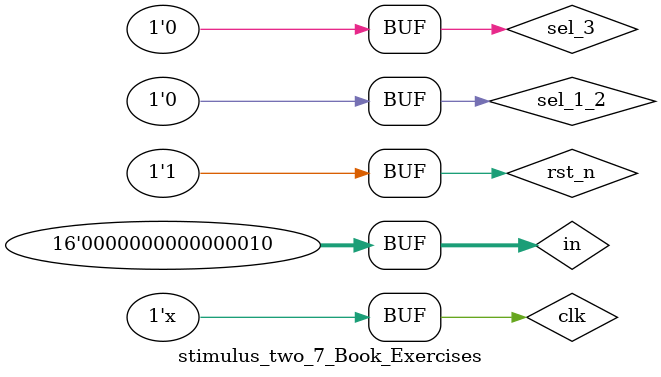
<source format=v>
module two_7_Book_Exercises(in, out, clk, rst_n, sel_1_2, sel_3);
  input [15:0] in;
  input clk, rst_n, sel_1_2, sel_3;
  output [15:0] out;
  reg [15:0] out_reg;
  reg [15:0] reg_a, reg_b;
  wire [15:0] mux_out_1, mux_out_2;
  
  assign mux_out_1 = sel_1_2 ? reg_b : reg_a;
  assign mux_out_2 = sel_1_2 ? reg_b : reg_a;
  assign out = out_reg;
  
  always@(posedge clk, negedge rst_n)
  begin
    if(!rst_n)
      begin
        reg_a <= 0; reg_b <= 0; out_reg <= 0;
      end
    else
      begin
        reg_a <= in;
        reg_b <= out_reg;
        out_reg <= sel_3 ? mux_out_2 - mux_out_2 : mux_out_1 + mux_out_1;
      end
  end
  
endmodule

module stimulus_two_7_Book_Exercises();
  reg [15:0] in;
  reg clk, rst_n, sel_1_2, sel_3;
  wire [15:0] out;
  two_7_Book_Exercises obj(in, out, clk, rst_n, sel_1_2, sel_3);
  
  initial
  begin
    in = 0; clk = 0; rst_n = 0; sel_1_2 = 0; sel_3 = 0;
    #5 rst_n = 1;
    in = 2;
    #10
    in = 3;
    #10
    in = 1;
    #10
    in = 0;
    #10
    in = 5;
    #10
    in = 6;
    #10
    in = 2;
  end
  
  always
  #5 clk = !clk;
  
endmodule
</source>
